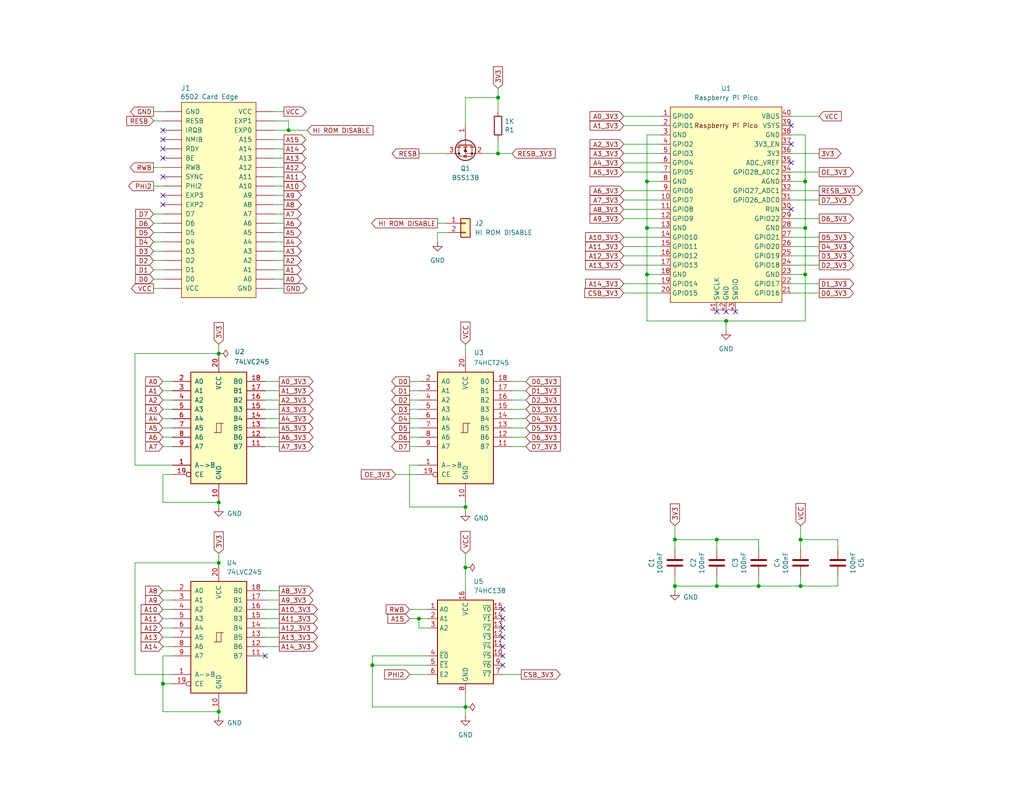
<source format=kicad_sch>
(kicad_sch (version 20250114) (generator "eeschema") (generator_version "9.0")
  (paper "USLetter")
  (title_block (title "6502 ROM Cart Pro") (date "2025-09-20") (rev "1.0") (company "A.C. Wright Design"))
  (lib_symbols
    (symbol "6502 Parts:6502 Card Edge" (pin_names (offset 1.016)) (in_bom no)
      (property "Reference" "J" (at -10.16 28.448 0))
      (property "Value" "6502 Card Edge" (at -5.588 26.924 0))
      (symbol "6502 Card Edge_1_0"
        (rectangle (start -10.16 25.4) (end 10.16 -27.94) (fill (type background)))
        (pin power_in line (at -15.24 22.86 0) (length 5.08) (name "GND") (number "GND"))
        (pin bidirectional line (at -15.24 20.32 0) (length 5.08) (name "RESB") (number "RESB"))
        (pin bidirectional line (at -15.24 17.78 0) (length 5.08) (name "IRQB") (number "IRQB"))
        (pin bidirectional line (at -15.24 15.24 0) (length 5.08) (name "NMIB") (number "NMIB"))
        (pin bidirectional line (at -15.24 12.7 0) (length 5.08) (name "RDY") (number "RDY"))
        (pin bidirectional line (at -15.24 10.16 0) (length 5.08) (name "BE") (number "BE"))
        (pin bidirectional line (at -15.24 7.62 0) (length 5.08) (name "RWB") (number "RWB"))
        (pin bidirectional line (at -15.24 5.08 0) (length 5.08) (name "SYNC") (number "SYNC"))
        (pin bidirectional line (at -15.24 2.54 0) (length 5.08) (name "PHI2") (number "PHI2"))
        (pin bidirectional line (at -15.24 0 0) (length 5.08) (name "EXP3") (number "EXP3"))
        (pin bidirectional line (at -15.24 -2.54 0) (length 5.08) (name "EXP2") (number "EXP2"))
        (pin bidirectional line (at -15.24 -5.08 0) (length 5.08) (name "D7") (number "D7"))
        (pin bidirectional line (at -15.24 -7.62 0) (length 5.08) (name "D6") (number "D6"))
        (pin bidirectional line (at -15.24 -10.16 0) (length 5.08) (name "D5") (number "D5"))
        (pin bidirectional line (at -15.24 -12.7 0) (length 5.08) (name "D4") (number "D4"))
        (pin bidirectional line (at -15.24 -15.24 0) (length 5.08) (name "D3") (number "D3"))
        (pin bidirectional line (at -15.24 -17.78 0) (length 5.08) (name "D2") (number "D2"))
        (pin bidirectional line (at -15.24 -20.32 0) (length 5.08) (name "D1") (number "D1"))
        (pin bidirectional line (at -15.24 -22.86 0) (length 5.08) (name "D0") (number "D0"))
        (pin power_in line (at -15.24 -25.4 0) (length 5.08) (name "VCC") (number "VCC"))
        (pin power_in line (at 15.24 22.86 180) (length 5.08) (name "VCC") (number "VCC"))
        (pin bidirectional line (at 15.24 20.32 180) (length 5.08) (name "EXP1") (number "EXP1"))
        (pin bidirectional line (at 15.24 17.78 180) (length 5.08) (name "EXP0") (number "EXP0"))
        (pin bidirectional line (at 15.24 15.24 180) (length 5.08) (name "A15") (number "A15"))
        (pin bidirectional line (at 15.24 12.7 180) (length 5.08) (name "A14") (number "A14"))
        (pin bidirectional line (at 15.24 10.16 180) (length 5.08) (name "A13") (number "A13"))
        (pin bidirectional line (at 15.24 7.62 180) (length 5.08) (name "A12") (number "A12"))
        (pin bidirectional line (at 15.24 5.08 180) (length 5.08) (name "A11") (number "A11"))
        (pin bidirectional line (at 15.24 2.54 180) (length 5.08) (name "A10") (number "A10"))
        (pin bidirectional line (at 15.24 0 180) (length 5.08) (name "A9") (number "A9"))
        (pin bidirectional line (at 15.24 -2.54 180) (length 5.08) (name "A8") (number "A8"))
        (pin bidirectional line (at 15.24 -5.08 180) (length 5.08) (name "A7") (number "A7"))
        (pin bidirectional line (at 15.24 -7.62 180) (length 5.08) (name "A6") (number "A6"))
        (pin bidirectional line (at 15.24 -10.16 180) (length 5.08) (name "A5") (number "A5"))
        (pin bidirectional line (at 15.24 -12.7 180) (length 5.08) (name "A4") (number "A4"))
        (pin bidirectional line (at 15.24 -15.24 180) (length 5.08) (name "A3") (number "A3"))
        (pin bidirectional line (at 15.24 -17.78 180) (length 5.08) (name "A2") (number "A2"))
        (pin bidirectional line (at 15.24 -20.32 180) (length 5.08) (name "A1") (number "A1"))
        (pin bidirectional line (at 15.24 -22.86 180) (length 5.08) (name "A0") (number "A0"))
        (pin power_in line (at 15.24 -25.4 180) (length 5.08) (name "GND") (number "GND"))
      )
    )
    (symbol "6502 Parts:Raspberry Pi Pico"
      (property "Reference" "U" (at -14.986 30.48 0))
      (property "Value" "Raspberry Pi Pico" (at -6.858 28.448 0))
      (symbol "Raspberry Pi Pico_0_0"
        (text "Raspberry Pi Pico" (at 0 21.59 0) (effects (font (size 1.27 1.27))))
      )
      (symbol "Raspberry Pi Pico_0_1"
        (rectangle (start -15.24 26.67) (end 15.24 -26.67) (fill (type background)))
      )
      (symbol "Raspberry Pi Pico_1_1"
        (pin bidirectional line (at -17.78 24.13 0) (length 2.54) (name "GPIO0") (number "1"))
        (pin bidirectional line (at -17.78 21.59 0) (length 2.54) (name "GPIO1") (number "2"))
        (pin power_in line (at -17.78 19.05 0) (length 2.54) (name "GND") (number "3"))
        (pin bidirectional line (at -17.78 16.51 0) (length 2.54) (name "GPIO2") (number "4"))
        (pin bidirectional line (at -17.78 13.97 0) (length 2.54) (name "GPIO3") (number "5"))
        (pin bidirectional line (at -17.78 11.43 0) (length 2.54) (name "GPIO4") (number "6"))
        (pin bidirectional line (at -17.78 8.89 0) (length 2.54) (name "GPIO5") (number "7"))
        (pin power_in line (at -17.78 6.35 0) (length 2.54) (name "GND") (number "8"))
        (pin bidirectional line (at -17.78 3.81 0) (length 2.54) (name "GPIO6") (number "9"))
        (pin bidirectional line (at -17.78 1.27 0) (length 2.54) (name "GPIO7") (number "10"))
        (pin bidirectional line (at -17.78 -1.27 0) (length 2.54) (name "GPIO8") (number "11"))
        (pin bidirectional line (at -17.78 -3.81 0) (length 2.54) (name "GPIO9") (number "12"))
        (pin power_in line (at -17.78 -6.35 0) (length 2.54) (name "GND") (number "13"))
        (pin bidirectional line (at -17.78 -8.89 0) (length 2.54) (name "GPIO10") (number "14"))
        (pin bidirectional line (at -17.78 -11.43 0) (length 2.54) (name "GPIO11") (number "15"))
        (pin bidirectional line (at -17.78 -13.97 0) (length 2.54) (name "GPIO12") (number "16"))
        (pin bidirectional line (at -17.78 -16.51 0) (length 2.54) (name "GPIO13") (number "17"))
        (pin power_in line (at -17.78 -19.05 0) (length 2.54) (name "GND") (number "18"))
        (pin bidirectional line (at -17.78 -21.59 0) (length 2.54) (name "GPIO14") (number "19"))
        (pin bidirectional line (at -17.78 -24.13 0) (length 2.54) (name "GPIO15") (number "20"))
        (pin input line (at -2.54 -29.21 90) (length 2.54) (name "SWCLK") (number "41"))
        (pin power_in line (at 0 -29.21 90) (length 2.54) (name "GND") (number "42"))
        (pin bidirectional line (at 2.54 -29.21 90) (length 2.54) (name "SWDIO") (number "43"))
        (pin power_in line (at 17.78 24.13 180) (length 2.54) (name "VBUS") (number "40"))
        (pin power_in line (at 17.78 21.59 180) (length 2.54) (name "VSYS") (number "39"))
        (pin power_in line (at 17.78 19.05 180) (length 2.54) (name "GND") (number "38"))
        (pin input line (at 17.78 16.51 180) (length 2.54) (name "3V3_EN") (number "37"))
        (pin power_in line (at 17.78 13.97 180) (length 2.54) (name "3V3") (number "36"))
        (pin power_in line (at 17.78 11.43 180) (length 2.54) (name "ADC_VREF") (number "35"))
        (pin bidirectional line (at 17.78 8.89 180) (length 2.54) (name "GPIO28_ADC2") (number "34"))
        (pin power_in line (at 17.78 6.35 180) (length 2.54) (name "AGND") (number "33"))
        (pin bidirectional line (at 17.78 3.81 180) (length 2.54) (name "GPIO27_ADC1") (number "32"))
        (pin bidirectional line (at 17.78 1.27 180) (length 2.54) (name "GPIO26_ADC0") (number "31"))
        (pin input line (at 17.78 -1.27 180) (length 2.54) (name "RUN") (number "30"))
        (pin bidirectional line (at 17.78 -3.81 180) (length 2.54) (name "GPIO22") (number "29"))
        (pin power_in line (at 17.78 -6.35 180) (length 2.54) (name "GND") (number "28"))
        (pin bidirectional line (at 17.78 -8.89 180) (length 2.54) (name "GPIO21") (number "27"))
        (pin bidirectional line (at 17.78 -11.43 180) (length 2.54) (name "GPIO20") (number "26"))
        (pin bidirectional line (at 17.78 -13.97 180) (length 2.54) (name "GPIO19") (number "25"))
        (pin bidirectional line (at 17.78 -16.51 180) (length 2.54) (name "GPIO18") (number "24"))
        (pin power_in line (at 17.78 -19.05 180) (length 2.54) (name "GND") (number "23"))
        (pin bidirectional line (at 17.78 -21.59 180) (length 2.54) (name "GPIO17") (number "22"))
        (pin bidirectional line (at 17.78 -24.13 180) (length 2.54) (name "GPIO16") (number "21"))
      )
    )
    (symbol "74xx:74HC138"
      (property "Reference" "U" (at -7.62 13.97 0))
      (property "Value" "74HC138" (at 2.54 -11.43 0))
      (symbol "74HC138_0_1"
        (rectangle (start -7.62 12.7) (end 7.62 -10.16) (stroke (width 0.254)) (fill (type background)))
      )
      (symbol "74HC138_1_1"
        (pin input line (at -10.16 10.16 0) (length 2.54) (name "A0") (number "1"))
        (pin input line (at -10.16 7.62 0) (length 2.54) (name "A1") (number "2"))
        (pin input line (at -10.16 5.08 0) (length 2.54) (name "A2") (number "3"))
        (pin input line (at -10.16 -2.54 0) (length 2.54) (name "~{E0}") (number "4"))
        (pin input line (at -10.16 -5.08 0) (length 2.54) (name "~{E1}") (number "5"))
        (pin input line (at -10.16 -7.62 0) (length 2.54) (name "E2") (number "6"))
        (pin power_in line (at 0 15.24 270) (length 2.54) (name "VCC") (number "16"))
        (pin power_in line (at 0 -12.7 90) (length 2.54) (name "GND") (number "8"))
        (pin output line (at 10.16 10.16 180) (length 2.54) (name "~{Y0}") (number "15"))
        (pin output line (at 10.16 7.62 180) (length 2.54) (name "~{Y1}") (number "14"))
        (pin output line (at 10.16 5.08 180) (length 2.54) (name "~{Y2}") (number "13"))
        (pin output line (at 10.16 2.54 180) (length 2.54) (name "~{Y3}") (number "12"))
        (pin output line (at 10.16 0 180) (length 2.54) (name "~{Y4}") (number "11"))
        (pin output line (at 10.16 -2.54 180) (length 2.54) (name "~{Y5}") (number "10"))
        (pin output line (at 10.16 -5.08 180) (length 2.54) (name "~{Y6}") (number "9"))
        (pin output line (at 10.16 -7.62 180) (length 2.54) (name "~{Y7}") (number "7"))
      )
    )
    (symbol "74xx:74HC245" (pin_names (offset 1.016))
      (property "Reference" "U" (at -7.62 16.51 0))
      (property "Value" "74HC245" (at -7.62 -16.51 0))
      (symbol "74HC245_1_0"
        (polyline (pts (xy -1.27 -1.27) (xy 0.635 -1.27) (xy 0.635 1.27) (xy 1.27 1.27)))
        (polyline (pts (xy -0.635 -1.27) (xy -0.635 1.27) (xy 0.635 1.27)))
        (pin tri_state line (at -12.7 12.7 0) (length 5.08) (name "A0") (number "2"))
        (pin tri_state line (at -12.7 10.16 0) (length 5.08) (name "A1") (number "3"))
        (pin tri_state line (at -12.7 7.62 0) (length 5.08) (name "A2") (number "4"))
        (pin tri_state line (at -12.7 5.08 0) (length 5.08) (name "A3") (number "5"))
        (pin tri_state line (at -12.7 2.54 0) (length 5.08) (name "A4") (number "6"))
        (pin tri_state line (at -12.7 0 0) (length 5.08) (name "A5") (number "7"))
        (pin tri_state line (at -12.7 -2.54 0) (length 5.08) (name "A6") (number "8"))
        (pin tri_state line (at -12.7 -5.08 0) (length 5.08) (name "A7") (number "9"))
        (pin input line (at -12.7 -10.16 0) (length 5.08) (name "A->B") (number "1"))
        (pin input inverted (at -12.7 -12.7 0) (length 5.08) (name "CE") (number "19"))
        (pin power_in line (at 0 20.32 270) (length 5.08) (name "VCC") (number "20"))
        (pin power_in line (at 0 -20.32 90) (length 5.08) (name "GND") (number "10"))
        (pin tri_state line (at 12.7 12.7 180) (length 5.08) (name "B0") (number "18"))
        (pin tri_state line (at 12.7 10.16 180) (length 5.08) (name "B1") (number "17"))
        (pin tri_state line (at 12.7 7.62 180) (length 5.08) (name "B2") (number "16"))
        (pin tri_state line (at 12.7 5.08 180) (length 5.08) (name "B3") (number "15"))
        (pin tri_state line (at 12.7 2.54 180) (length 5.08) (name "B4") (number "14"))
        (pin tri_state line (at 12.7 0 180) (length 5.08) (name "B5") (number "13"))
        (pin tri_state line (at 12.7 -2.54 180) (length 5.08) (name "B6") (number "12"))
        (pin tri_state line (at 12.7 -5.08 180) (length 5.08) (name "B7") (number "11"))
      )
      (symbol "74HC245_1_1"
        (rectangle (start -7.62 15.24) (end 7.62 -15.24) (stroke (width 0.254)) (fill (type background)))
      )
    )
    (symbol "Connector_Generic:Conn_01x02" (pin_names (offset 1.016) (hide yes))
      (property "Reference" "J" (at 0 2.54 0))
      (property "Value" "Conn_01x02" (at 0 -5.08 0))
      (symbol "Conn_01x02_1_1"
        (rectangle (start -1.27 1.27) (end 1.27 -3.81) (stroke (width 0.254)) (fill (type background)))
        (rectangle (start -1.27 0.127) (end 0 -0.127) (stroke (width 0.1524)))
        (rectangle (start -1.27 -2.413) (end 0 -2.667) (stroke (width 0.1524)))
        (pin passive line (at -5.08 0 0) (length 3.81) (name "Pin_1") (number "1"))
        (pin passive line (at -5.08 -2.54 0) (length 3.81) (name "Pin_2") (number "2"))
      )
    )
    (symbol "Device:C" (pin_numbers (hide yes)) (pin_names (offset 0.254))
      (property "Reference" "C" (at 0.635 2.54 0))
      (property "Value" "C" (at 0.635 -2.54 0))
      (symbol "C_0_1"
        (polyline (pts (xy -2.032 0.762) (xy 2.032 0.762)) (stroke (width 0.508)))
        (polyline (pts (xy -2.032 -0.762) (xy 2.032 -0.762)) (stroke (width 0.508)))
      )
      (symbol "C_1_1"
        (pin passive line (at 0 3.81 270) (length 2.794) (name "~") (number "1"))
        (pin passive line (at 0 -3.81 90) (length 2.794) (name "~") (number "2"))
      )
    )
    (symbol "Device:R" (pin_numbers (hide yes)) (pin_names (offset 0))
      (property "Reference" "R" (at 2.032 0 90))
      (property "Value" "R" (at 0 0 90))
      (symbol "R_0_1"
        (rectangle (start -1.016 -2.54) (end 1.016 2.54) (stroke (width 0.254)))
      )
      (symbol "R_1_1"
        (pin passive line (at 0 3.81 270) (length 1.27) (name "~") (number "1"))
        (pin passive line (at 0 -3.81 90) (length 1.27) (name "~") (number "2"))
      )
    )
    (symbol "Transistor_FET:BSS138" (pin_names (offset 0) (hide yes))
      (property "Reference" "Q" (at 5.08 1.905 0))
      (property "Value" "BSS138" (at 5.08 0 0))
      (symbol "BSS138_0_1"
        (polyline (pts (xy 0.254 1.905) (xy 0.254 -1.905)) (stroke (width 0.254)))
        (polyline (pts (xy 0.254 0) (xy -2.54 0)))
        (polyline (pts (xy 0.762 2.286) (xy 0.762 1.27)) (stroke (width 0.254)))
        (polyline (pts (xy 0.762 0.508) (xy 0.762 -0.508)) (stroke (width 0.254)))
        (polyline (pts (xy 0.762 -1.27) (xy 0.762 -2.286)) (stroke (width 0.254)))
        (polyline (pts (xy 0.762 -1.778) (xy 3.302 -1.778) (xy 3.302 1.778) (xy 0.762 1.778)))
        (polyline (pts (xy 1.016 0) (xy 2.032 0.381) (xy 2.032 -0.381) (xy 1.016 0)) (fill (type outline)))
        (circle (center 1.651 0) (radius 2.794) (stroke (width 0.254)))
        (polyline (pts (xy 2.54 2.54) (xy 2.54 1.778)))
        (circle (center 2.54 1.778) (radius 0.254) (fill (type outline)))
        (circle (center 2.54 -1.778) (radius 0.254) (fill (type outline)))
        (polyline (pts (xy 2.54 -2.54) (xy 2.54 0) (xy 0.762 0)))
        (polyline (pts (xy 2.921 0.381) (xy 3.683 0.381)))
        (polyline (pts (xy 3.302 0.381) (xy 2.921 -0.254) (xy 3.683 -0.254) (xy 3.302 0.381)))
      )
      (symbol "BSS138_1_1"
        (pin input line (at -5.08 0 0) (length 2.54) (name "G") (number "1"))
        (pin passive line (at 2.54 5.08 270) (length 2.54) (name "D") (number "3"))
        (pin passive line (at 2.54 -5.08 90) (length 2.54) (name "S") (number "2"))
      )
    )
    (symbol "power:GND" (power) (pin_numbers (hide yes)) (pin_names (offset 0) (hide yes))
      (property "Value" "GND" (at 0 -3.81 0))
      (symbol "GND_0_1"
        (polyline (pts (xy 0 0) (xy 0 -1.27) (xy 1.27 -1.27) (xy 0 -2.54) (xy -1.27 -1.27) (xy 0 -1.27)))
      )
      (symbol "GND_1_1"
        (pin power_in line (at 0 0 270) (length 0) (name "~") (number "1"))
      )
    )
    (symbol "power:PWR_FLAG" (power) (pin_numbers (hide yes)) (pin_names (offset 0) (hide yes))
      (property "Value" "PWR_FLAG" (at 0 3.81 0))
      (symbol "PWR_FLAG_0_0"
        (pin power_out line (at 0 0 90) (length 0) (name "~") (number "1"))
      )
      (symbol "PWR_FLAG_0_1"
        (polyline (pts (xy 0 0) (xy 0 1.27) (xy -1.016 1.905) (xy 0 2.54) (xy 1.016 1.905) (xy 0 1.27)))
      )
    )
  )
  (junction (at 59.69 153.67))
  (junction (at 218.44 147.32))
  (junction (at 218.44 160.02))
  (junction (at 207.01 160.02))
  (junction (at 59.69 96.52))
  (junction (at 184.15 160.02))
  (junction (at 176.53 74.93))
  (junction (at 135.89 41.91))
  (junction (at 101.6 181.61))
  (junction (at 195.58 160.02))
  (junction (at 195.58 147.32))
  (junction (at 219.71 74.93))
  (junction (at 184.15 147.32))
  (junction (at 135.89 26.67))
  (junction (at 219.71 49.53))
  (junction (at 176.53 62.23))
  (junction (at 127 154.94))
  (junction (at 59.69 194.31))
  (junction (at 219.71 62.23))
  (junction (at 198.12 87.63))
  (junction (at 44.45 186.69))
  (junction (at 127 138.43))
  (junction (at 127 193.04))
  (junction (at 59.69 137.16))
  (junction (at 176.53 49.53))
  (junction (at 114.3 168.91))
  (junction (at 78.74 35.56))
  (no_connect (at 44.45 43.18))
  (no_connect (at 137.16 166.37))
  (no_connect (at 137.16 176.53))
  (no_connect (at 44.45 38.1))
  (no_connect (at 137.16 179.07))
  (no_connect (at 215.9 57.15))
  (no_connect (at 215.9 44.45))
  (no_connect (at 137.16 168.91))
  (no_connect (at 72.39 179.07))
  (no_connect (at 44.45 35.56))
  (no_connect (at 44.45 48.26))
  (no_connect (at 198.12 85.09))
  (no_connect (at 215.9 39.37))
  (no_connect (at 44.45 55.88))
  (no_connect (at 44.45 53.34))
  (no_connect (at 137.16 181.61))
  (no_connect (at 195.58 85.09))
  (no_connect (at 137.16 171.45))
  (no_connect (at 44.45 40.64))
  (no_connect (at 200.66 85.09))
  (no_connect (at 215.9 34.29))
  (no_connect (at 137.16 173.99))
  (wire (pts (xy 127 154.94) (xy 127 151.13)))
  (wire (pts (xy 198.12 87.63) (xy 219.71 87.63)))
  (wire (pts (xy 111.76 109.22) (xy 114.3 109.22)))
  (wire (pts (xy 72.39 121.92) (xy 76.2 121.92)))
  (wire (pts (xy 111.76 121.92) (xy 114.3 121.92)))
  (wire (pts (xy 114.3 171.45) (xy 114.3 168.91)))
  (wire (pts (xy 195.58 160.02) (xy 184.15 160.02)))
  (wire (pts (xy 44.45 66.04) (xy 41.91 66.04)))
  (wire (pts (xy 72.39 161.29) (xy 76.2 161.29)))
  (wire (pts (xy 72.39 171.45) (xy 76.2 171.45)))
  (wire (pts (xy 139.7 104.14) (xy 143.51 104.14)))
  (wire (pts (xy 170.18 52.07) (xy 180.34 52.07)))
  (wire (pts (xy 228.6 147.32) (xy 218.44 147.32)))
  (wire (pts (xy 121.92 63.5) (xy 119.38 63.5)))
  (wire (pts (xy 72.39 106.68) (xy 76.2 106.68)))
  (wire (pts (xy 215.9 72.39) (xy 223.52 72.39)))
  (wire (pts (xy 72.39 104.14) (xy 76.2 104.14)))
  (wire (pts (xy 176.53 74.93) (xy 180.34 74.93)))
  (wire (pts (xy 207.01 157.48) (xy 207.01 160.02)))
  (wire (pts (xy 218.44 143.51) (xy 218.44 147.32)))
  (wire (pts (xy 127 189.23) (xy 127 193.04)))
  (wire (pts (xy 74.93 43.18) (xy 77.47 43.18)))
  (wire (pts (xy 139.7 121.92) (xy 143.51 121.92)))
  (wire (pts (xy 44.45 186.69) (xy 46.99 186.69)))
  (wire (pts (xy 44.45 60.96) (xy 41.91 60.96)))
  (wire (pts (xy 44.45 179.07) (xy 44.45 186.69)))
  (wire (pts (xy 139.7 114.3) (xy 143.51 114.3)))
  (wire (pts (xy 218.44 157.48) (xy 218.44 160.02)))
  (wire (pts (xy 139.7 109.22) (xy 143.51 109.22)))
  (wire (pts (xy 107.95 129.54) (xy 114.3 129.54)))
  (wire (pts (xy 176.53 49.53) (xy 180.34 49.53)))
  (wire (pts (xy 127 34.29) (xy 127 26.67)))
  (wire (pts (xy 139.7 41.91) (xy 135.89 41.91)))
  (wire (pts (xy 44.45 109.22) (xy 46.99 109.22)))
  (wire (pts (xy 44.45 76.2) (xy 41.91 76.2)))
  (wire (pts (xy 215.9 54.61) (xy 223.52 54.61)))
  (wire (pts (xy 111.76 106.68) (xy 114.3 106.68)))
  (wire (pts (xy 195.58 147.32) (xy 184.15 147.32)))
  (wire (pts (xy 36.83 153.67) (xy 59.69 153.67)))
  (wire (pts (xy 170.18 31.75) (xy 180.34 31.75)))
  (wire (pts (xy 170.18 67.31) (xy 180.34 67.31)))
  (wire (pts (xy 44.45 119.38) (xy 46.99 119.38)))
  (wire (pts (xy 41.91 73.66) (xy 44.45 73.66)))
  (wire (pts (xy 127 154.94) (xy 127 161.29)))
  (wire (pts (xy 44.45 71.12) (xy 41.91 71.12)))
  (wire (pts (xy 44.45 194.31) (xy 59.69 194.31)))
  (wire (pts (xy 111.76 111.76) (xy 114.3 111.76)))
  (wire (pts (xy 72.39 114.3) (xy 76.2 114.3)))
  (wire (pts (xy 41.91 30.48) (xy 44.45 30.48)))
  (wire (pts (xy 72.39 166.37) (xy 76.2 166.37)))
  (wire (pts (xy 72.39 168.91) (xy 76.2 168.91)))
  (wire (pts (xy 46.99 179.07) (xy 44.45 179.07)))
  (wire (pts (xy 170.18 69.85) (xy 180.34 69.85)))
  (wire (pts (xy 41.91 45.72) (xy 44.45 45.72)))
  (wire (pts (xy 176.53 49.53) (xy 176.53 62.23)))
  (wire (pts (xy 36.83 184.15) (xy 36.83 153.67)))
  (wire (pts (xy 111.76 127) (xy 111.76 138.43)))
  (wire (pts (xy 44.45 171.45) (xy 46.99 171.45)))
  (wire (pts (xy 215.9 74.93) (xy 219.71 74.93)))
  (wire (pts (xy 44.45 186.69) (xy 44.45 194.31)))
  (wire (pts (xy 116.84 171.45) (xy 114.3 171.45)))
  (wire (pts (xy 44.45 104.14) (xy 46.99 104.14)))
  (wire (pts (xy 219.71 62.23) (xy 219.71 49.53)))
  (wire (pts (xy 101.6 193.04) (xy 101.6 181.61)))
  (wire (pts (xy 74.93 60.96) (xy 77.47 60.96)))
  (wire (pts (xy 59.69 137.16) (xy 59.69 138.43)))
  (wire (pts (xy 111.76 116.84) (xy 114.3 116.84)))
  (wire (pts (xy 215.9 64.77) (xy 223.52 64.77)))
  (wire (pts (xy 101.6 181.61) (xy 116.84 181.61)))
  (wire (pts (xy 44.45 114.3) (xy 46.99 114.3)))
  (wire (pts (xy 41.91 58.42) (xy 44.45 58.42)))
  (wire (pts (xy 46.99 129.54) (xy 44.45 129.54)))
  (wire (pts (xy 41.91 33.02) (xy 44.45 33.02)))
  (wire (pts (xy 74.93 73.66) (xy 77.47 73.66)))
  (wire (pts (xy 119.38 63.5) (xy 119.38 66.04)))
  (wire (pts (xy 111.76 166.37) (xy 116.84 166.37)))
  (wire (pts (xy 74.93 30.48) (xy 77.47 30.48)))
  (wire (pts (xy 218.44 147.32) (xy 218.44 149.86)))
  (wire (pts (xy 101.6 179.07) (xy 116.84 179.07)))
  (wire (pts (xy 170.18 59.69) (xy 180.34 59.69)))
  (wire (pts (xy 184.15 147.32) (xy 184.15 149.86)))
  (wire (pts (xy 228.6 160.02) (xy 218.44 160.02)))
  (wire (pts (xy 101.6 193.04) (xy 127 193.04)))
  (wire (pts (xy 74.93 66.04) (xy 77.47 66.04)))
  (wire (pts (xy 46.99 184.15) (xy 36.83 184.15)))
  (wire (pts (xy 215.9 31.75) (xy 223.52 31.75)))
  (wire (pts (xy 215.9 41.91) (xy 223.52 41.91)))
  (wire (pts (xy 59.69 151.13) (xy 59.69 153.67)))
  (wire (pts (xy 111.76 114.3) (xy 114.3 114.3)))
  (wire (pts (xy 170.18 80.01) (xy 180.34 80.01)))
  (wire (pts (xy 41.91 68.58) (xy 44.45 68.58)))
  (wire (pts (xy 198.12 87.63) (xy 198.12 90.17)))
  (wire (pts (xy 44.45 121.92) (xy 46.99 121.92)))
  (wire (pts (xy 74.93 48.26) (xy 77.47 48.26)))
  (wire (pts (xy 59.69 93.98) (xy 59.69 96.52)))
  (wire (pts (xy 180.34 36.83) (xy 176.53 36.83)))
  (wire (pts (xy 36.83 127) (xy 36.83 96.52)))
  (wire (pts (xy 72.39 173.99) (xy 76.2 173.99)))
  (wire (pts (xy 111.76 184.15) (xy 116.84 184.15)))
  (wire (pts (xy 176.53 74.93) (xy 176.53 87.63)))
  (wire (pts (xy 127 93.98) (xy 127 96.52)))
  (wire (pts (xy 77.47 63.5) (xy 74.93 63.5)))
  (wire (pts (xy 41.91 63.5) (xy 44.45 63.5)))
  (wire (pts (xy 139.7 119.38) (xy 143.51 119.38)))
  (wire (pts (xy 77.47 68.58) (xy 74.93 68.58)))
  (wire (pts (xy 77.47 76.2) (xy 74.93 76.2)))
  (wire (pts (xy 44.45 166.37) (xy 46.99 166.37)))
  (wire (pts (xy 111.76 138.43) (xy 127 138.43)))
  (wire (pts (xy 127 193.04) (xy 127 195.58)))
  (wire (pts (xy 74.93 78.74) (xy 77.47 78.74)))
  (wire (pts (xy 74.93 55.88) (xy 77.47 55.88)))
  (wire (pts (xy 127 138.43) (xy 127 139.7)))
  (wire (pts (xy 72.39 176.53) (xy 76.2 176.53)))
  (wire (pts (xy 195.58 147.32) (xy 195.58 149.86)))
  (wire (pts (xy 219.71 36.83) (xy 215.9 36.83)))
  (wire (pts (xy 121.92 41.91) (xy 114.3 41.91)))
  (wire (pts (xy 170.18 72.39) (xy 180.34 72.39)))
  (wire (pts (xy 114.3 168.91) (xy 116.84 168.91)))
  (wire (pts (xy 74.93 71.12) (xy 77.47 71.12)))
  (wire (pts (xy 132.08 41.91) (xy 135.89 41.91)))
  (wire (pts (xy 215.9 77.47) (xy 223.52 77.47)))
  (wire (pts (xy 74.93 38.1) (xy 77.47 38.1)))
  (wire (pts (xy 41.91 78.74) (xy 44.45 78.74)))
  (wire (pts (xy 114.3 127) (xy 111.76 127)))
  (wire (pts (xy 176.53 36.83) (xy 176.53 49.53)))
  (wire (pts (xy 59.69 194.31) (xy 59.69 195.58)))
  (wire (pts (xy 111.76 119.38) (xy 114.3 119.38)))
  (wire (pts (xy 72.39 116.84) (xy 76.2 116.84)))
  (wire (pts (xy 72.39 109.22) (xy 76.2 109.22)))
  (wire (pts (xy 78.74 35.56) (xy 83.82 35.56)))
  (wire (pts (xy 46.99 127) (xy 36.83 127)))
  (wire (pts (xy 44.45 163.83) (xy 46.99 163.83)))
  (wire (pts (xy 195.58 157.48) (xy 195.58 160.02)))
  (wire (pts (xy 215.9 67.31) (xy 223.52 67.31)))
  (wire (pts (xy 170.18 46.99) (xy 180.34 46.99)))
  (wire (pts (xy 218.44 160.02) (xy 207.01 160.02)))
  (wire (pts (xy 72.39 111.76) (xy 76.2 111.76)))
  (wire (pts (xy 44.45 116.84) (xy 46.99 116.84)))
  (wire (pts (xy 228.6 149.86) (xy 228.6 147.32)))
  (wire (pts (xy 139.7 116.84) (xy 143.51 116.84)))
  (wire (pts (xy 219.71 74.93) (xy 219.71 62.23)))
  (wire (pts (xy 215.9 69.85) (xy 223.52 69.85)))
  (wire (pts (xy 215.9 49.53) (xy 219.71 49.53)))
  (wire (pts (xy 137.16 184.15) (xy 142.24 184.15)))
  (wire (pts (xy 44.45 111.76) (xy 46.99 111.76)))
  (wire (pts (xy 74.93 53.34) (xy 77.47 53.34)))
  (wire (pts (xy 119.38 60.96) (xy 121.92 60.96)))
  (wire (pts (xy 72.39 163.83) (xy 76.2 163.83)))
  (wire (pts (xy 228.6 157.48) (xy 228.6 160.02)))
  (wire (pts (xy 44.45 161.29) (xy 46.99 161.29)))
  (wire (pts (xy 44.45 129.54) (xy 44.45 137.16)))
  (wire (pts (xy 170.18 39.37) (xy 180.34 39.37)))
  (wire (pts (xy 77.47 58.42) (xy 74.93 58.42)))
  (wire (pts (xy 77.47 40.64) (xy 74.93 40.64)))
  (wire (pts (xy 170.18 44.45) (xy 180.34 44.45)))
  (wire (pts (xy 215.9 46.99) (xy 223.52 46.99)))
  (wire (pts (xy 219.71 87.63) (xy 219.71 74.93)))
  (wire (pts (xy 170.18 64.77) (xy 180.34 64.77)))
  (wire (pts (xy 74.93 33.02) (xy 78.74 33.02)))
  (wire (pts (xy 184.15 160.02) (xy 184.15 161.29)))
  (wire (pts (xy 44.45 106.68) (xy 46.99 106.68)))
  (wire (pts (xy 207.01 147.32) (xy 195.58 147.32)))
  (wire (pts (xy 74.93 35.56) (xy 78.74 35.56)))
  (wire (pts (xy 170.18 57.15) (xy 180.34 57.15)))
  (wire (pts (xy 207.01 149.86) (xy 207.01 147.32)))
  (wire (pts (xy 184.15 143.51) (xy 184.15 147.32)))
  (wire (pts (xy 215.9 52.07) (xy 223.52 52.07)))
  (wire (pts (xy 77.47 45.72) (xy 74.93 45.72)))
  (wire (pts (xy 170.18 54.61) (xy 180.34 54.61)))
  (wire (pts (xy 44.45 137.16) (xy 59.69 137.16)))
  (wire (pts (xy 215.9 59.69) (xy 223.52 59.69)))
  (wire (pts (xy 44.45 168.91) (xy 46.99 168.91)))
  (wire (pts (xy 139.7 106.68) (xy 143.51 106.68)))
  (wire (pts (xy 176.53 62.23) (xy 176.53 74.93)))
  (wire (pts (xy 78.74 33.02) (xy 78.74 35.56)))
  (wire (pts (xy 72.39 119.38) (xy 76.2 119.38)))
  (wire (pts (xy 215.9 62.23) (xy 219.71 62.23)))
  (wire (pts (xy 139.7 111.76) (xy 143.51 111.76)))
  (wire (pts (xy 41.91 50.8) (xy 44.45 50.8)))
  (wire (pts (xy 219.71 49.53) (xy 219.71 36.83)))
  (wire (pts (xy 135.89 24.13) (xy 135.89 26.67)))
  (wire (pts (xy 135.89 38.1) (xy 135.89 41.91)))
  (wire (pts (xy 170.18 34.29) (xy 180.34 34.29)))
  (wire (pts (xy 170.18 41.91) (xy 180.34 41.91)))
  (wire (pts (xy 111.76 168.91) (xy 114.3 168.91)))
  (wire (pts (xy 170.18 77.47) (xy 180.34 77.47)))
  (wire (pts (xy 111.76 104.14) (xy 114.3 104.14)))
  (wire (pts (xy 176.53 87.63) (xy 198.12 87.63)))
  (wire (pts (xy 77.47 50.8) (xy 74.93 50.8)))
  (wire (pts (xy 207.01 160.02) (xy 195.58 160.02)))
  (wire (pts (xy 36.83 96.52) (xy 59.69 96.52)))
  (wire (pts (xy 127 137.16) (xy 127 138.43)))
  (wire (pts (xy 135.89 26.67) (xy 135.89 30.48)))
  (wire (pts (xy 127 26.67) (xy 135.89 26.67)))
  (wire (pts (xy 44.45 173.99) (xy 46.99 173.99)))
  (wire (pts (xy 44.45 176.53) (xy 46.99 176.53)))
  (wire (pts (xy 101.6 181.61) (xy 101.6 179.07)))
  (wire (pts (xy 176.53 62.23) (xy 180.34 62.23)))
  (wire (pts (xy 184.15 157.48) (xy 184.15 160.02)))
  (wire (pts (xy 215.9 80.01) (xy 223.52 80.01)))
  (global_label "A13_3V3" (shape output) (at 76.2 173.99 0) (property "Intersheetrefs" "${INTERSHEET_REFS}" (effects (hide yes))))
  (global_label "VCC" (shape output) (at 41.91 78.74 180) (property "Intersheetrefs" "${INTERSHEET_REFS}" (effects (hide yes))))
  (global_label "A0_3V3" (shape input) (at 170.18 31.75 180) (property "Intersheetrefs" "${INTERSHEET_REFS}" (effects (hide yes))))
  (global_label "A5_3V3" (shape output) (at 76.2 116.84 0) (property "Intersheetrefs" "${INTERSHEET_REFS}" (effects (hide yes))))
  (global_label "A12" (shape input) (at 44.45 171.45 180) (property "Intersheetrefs" "${INTERSHEET_REFS}" (effects (hide yes))))
  (global_label "GND" (shape output) (at 41.91 30.48 180) (property "Intersheetrefs" "${INTERSHEET_REFS}" (effects (hide yes))))
  (global_label "D3_3V3" (shape output) (at 223.52 69.85 0) (property "Intersheetrefs" "${INTERSHEET_REFS}" (effects (hide yes))))
  (global_label "A13" (shape input) (at 44.45 173.99 180) (property "Intersheetrefs" "${INTERSHEET_REFS}" (effects (hide yes))))
  (global_label "A5" (shape output) (at 77.47 63.5 0) (property "Intersheetrefs" "${INTERSHEET_REFS}" (effects (hide yes))))
  (global_label "A4_3V3" (shape input) (at 170.18 44.45 180) (property "Intersheetrefs" "${INTERSHEET_REFS}" (effects (hide yes))))
  (global_label "RESB_3V3" (shape output) (at 223.52 52.07 0) (property "Intersheetrefs" "${INTERSHEET_REFS}" (effects (hide yes))))
  (global_label "A3_3V3" (shape output) (at 76.2 111.76 0) (property "Intersheetrefs" "${INTERSHEET_REFS}" (effects (hide yes))))
  (global_label "D6_3V3" (shape output) (at 223.52 59.69 0) (property "Intersheetrefs" "${INTERSHEET_REFS}" (effects (hide yes))))
  (global_label "A2" (shape output) (at 77.47 71.12 0) (property "Intersheetrefs" "${INTERSHEET_REFS}" (effects (hide yes))))
  (global_label "A5_3V3" (shape input) (at 170.18 46.99 180) (property "Intersheetrefs" "${INTERSHEET_REFS}" (effects (hide yes))))
  (global_label "PHI2" (shape output) (at 41.91 50.8 180) (property "Intersheetrefs" "${INTERSHEET_REFS}" (effects (hide yes))))
  (global_label "A4" (shape input) (at 44.45 114.3 180) (property "Intersheetrefs" "${INTERSHEET_REFS}" (effects (hide yes))))
  (global_label "D5" (shape output) (at 111.76 116.84 180) (property "Intersheetrefs" "${INTERSHEET_REFS}" (effects (hide yes))))
  (global_label "A9" (shape input) (at 44.45 163.83 180) (property "Intersheetrefs" "${INTERSHEET_REFS}" (effects (hide yes))))
  (global_label "RESB" (shape input) (at 41.91 33.02 180) (property "Intersheetrefs" "${INTERSHEET_REFS}" (effects (hide yes))))
  (global_label "A8" (shape output) (at 77.47 55.88 0) (property "Intersheetrefs" "${INTERSHEET_REFS}" (effects (hide yes))))
  (global_label "D7" (shape input) (at 41.91 58.42 180) (property "Intersheetrefs" "${INTERSHEET_REFS}" (effects (hide yes))))
  (global_label "D1" (shape output) (at 111.76 106.68 180) (property "Intersheetrefs" "${INTERSHEET_REFS}" (effects (hide yes))))
  (global_label "D0" (shape input) (at 41.91 76.2 180) (property "Intersheetrefs" "${INTERSHEET_REFS}" (effects (hide yes))))
  (global_label "A14" (shape output) (at 77.47 40.64 0) (property "Intersheetrefs" "${INTERSHEET_REFS}" (effects (hide yes))))
  (global_label "OE_3V3" (shape output) (at 223.52 46.99 0) (property "Intersheetrefs" "${INTERSHEET_REFS}" (effects (hide yes))))
  (global_label "A14_3V3" (shape input) (at 170.18 77.47 180) (property "Intersheetrefs" "${INTERSHEET_REFS}" (effects (hide yes))))
  (global_label "A12_3V3" (shape output) (at 76.2 171.45 0) (property "Intersheetrefs" "${INTERSHEET_REFS}" (effects (hide yes))))
  (global_label "A3" (shape input) (at 44.45 111.76 180) (property "Intersheetrefs" "${INTERSHEET_REFS}" (effects (hide yes))))
  (global_label "VCC" (shape input) (at 127 93.98 90) (property "Intersheetrefs" "${INTERSHEET_REFS}" (effects (hide yes))))
  (global_label "A7" (shape output) (at 77.47 58.42 0) (property "Intersheetrefs" "${INTERSHEET_REFS}" (effects (hide yes))))
  (global_label "D5" (shape input) (at 41.91 63.5 180) (property "Intersheetrefs" "${INTERSHEET_REFS}" (effects (hide yes))))
  (global_label "D7" (shape output) (at 111.76 121.92 180) (property "Intersheetrefs" "${INTERSHEET_REFS}" (effects (hide yes))))
  (global_label "A2_3V3" (shape input) (at 170.18 39.37 180) (property "Intersheetrefs" "${INTERSHEET_REFS}" (effects (hide yes))))
  (global_label "A9" (shape output) (at 77.47 53.34 0) (property "Intersheetrefs" "${INTERSHEET_REFS}" (effects (hide yes))))
  (global_label "A15" (shape output) (at 77.47 38.1 0) (property "Intersheetrefs" "${INTERSHEET_REFS}" (effects (hide yes))))
  (global_label "D5_3V3" (shape output) (at 223.52 64.77 0) (property "Intersheetrefs" "${INTERSHEET_REFS}" (effects (hide yes))))
  (global_label "A1_3V3" (shape output) (at 76.2 106.68 0) (property "Intersheetrefs" "${INTERSHEET_REFS}" (effects (hide yes))))
  (global_label "D3" (shape input) (at 41.91 68.58 180) (property "Intersheetrefs" "${INTERSHEET_REFS}" (effects (hide yes))))
  (global_label "3V3" (shape input) (at 59.69 151.13 90) (property "Intersheetrefs" "${INTERSHEET_REFS}" (effects (hide yes))))
  (global_label "A10_3V3" (shape input) (at 170.18 64.77 180) (property "Intersheetrefs" "${INTERSHEET_REFS}" (effects (hide yes))))
  (global_label "A6_3V3" (shape input) (at 170.18 52.07 180) (property "Intersheetrefs" "${INTERSHEET_REFS}" (effects (hide yes))))
  (global_label "CSB_3V3" (shape output) (at 142.24 184.15 0) (property "Intersheetrefs" "${INTERSHEET_REFS}" (effects (hide yes))))
  (global_label "D1_3V3" (shape output) (at 223.52 77.47 0) (property "Intersheetrefs" "${INTERSHEET_REFS}" (effects (hide yes))))
  (global_label "A10" (shape input) (at 44.45 166.37 180) (property "Intersheetrefs" "${INTERSHEET_REFS}" (effects (hide yes))))
  (global_label "A9_3V3" (shape input) (at 170.18 59.69 180) (property "Intersheetrefs" "${INTERSHEET_REFS}" (effects (hide yes))))
  (global_label "A11_3V3" (shape output) (at 76.2 168.91 0) (property "Intersheetrefs" "${INTERSHEET_REFS}" (effects (hide yes))))
  (global_label "D4_3V3" (shape output) (at 223.52 67.31 0) (property "Intersheetrefs" "${INTERSHEET_REFS}" (effects (hide yes))))
  (global_label "A4" (shape output) (at 77.47 66.04 0) (property "Intersheetrefs" "${INTERSHEET_REFS}" (effects (hide yes))))
  (global_label "3V3" (shape input) (at 135.89 24.13 90) (property "Intersheetrefs" "${INTERSHEET_REFS}" (effects (hide yes))))
  (global_label "A11_3V3" (shape input) (at 170.18 67.31 180) (property "Intersheetrefs" "${INTERSHEET_REFS}" (effects (hide yes))))
  (global_label "A15" (shape input) (at 111.76 168.91 180) (property "Intersheetrefs" "${INTERSHEET_REFS}" (effects (hide yes))))
  (global_label "D0_3V3" (shape output) (at 223.52 80.01 0) (property "Intersheetrefs" "${INTERSHEET_REFS}" (effects (hide yes))))
  (global_label "A0" (shape input) (at 44.45 104.14 180) (property "Intersheetrefs" "${INTERSHEET_REFS}" (effects (hide yes))))
  (global_label "RWB" (shape output) (at 41.91 45.72 180) (property "Intersheetrefs" "${INTERSHEET_REFS}" (effects (hide yes))))
  (global_label "VCC" (shape input) (at 218.44 143.51 90) (property "Intersheetrefs" "${INTERSHEET_REFS}" (effects (hide yes))))
  (global_label "D1" (shape input) (at 41.91 73.66 180) (property "Intersheetrefs" "${INTERSHEET_REFS}" (effects (hide yes))))
  (global_label "A14" (shape input) (at 44.45 176.53 180) (property "Intersheetrefs" "${INTERSHEET_REFS}" (effects (hide yes))))
  (global_label "3V3" (shape input) (at 184.15 143.51 90) (property "Intersheetrefs" "${INTERSHEET_REFS}" (effects (hide yes))))
  (global_label "VCC" (shape input) (at 223.52 31.75 0) (property "Intersheetrefs" "${INTERSHEET_REFS}" (effects (hide yes))))
  (global_label "A2" (shape input) (at 44.45 109.22 180) (property "Intersheetrefs" "${INTERSHEET_REFS}" (effects (hide yes))))
  (global_label "3V3" (shape output) (at 223.52 41.91 0) (property "Intersheetrefs" "${INTERSHEET_REFS}" (effects (hide yes))))
  (global_label "A10_3V3" (shape output) (at 76.2 166.37 0) (property "Intersheetrefs" "${INTERSHEET_REFS}" (effects (hide yes))))
  (global_label "D3_3V3" (shape input) (at 143.51 111.76 0) (property "Intersheetrefs" "${INTERSHEET_REFS}" (effects (hide yes))))
  (global_label "A7" (shape input) (at 44.45 121.92 180) (property "Intersheetrefs" "${INTERSHEET_REFS}" (effects (hide yes))))
  (global_label "PHI2" (shape input) (at 111.76 184.15 180) (property "Intersheetrefs" "${INTERSHEET_REFS}" (effects (hide yes))))
  (global_label "D6_3V3" (shape input) (at 143.51 119.38 0) (property "Intersheetrefs" "${INTERSHEET_REFS}" (effects (hide yes))))
  (global_label "RWB" (shape input) (at 111.76 166.37 180) (property "Intersheetrefs" "${INTERSHEET_REFS}" (effects (hide yes))))
  (global_label "3V3" (shape input) (at 59.69 93.98 90) (property "Intersheetrefs" "${INTERSHEET_REFS}" (effects (hide yes))))
  (global_label "A8_3V3" (shape input) (at 170.18 57.15 180) (property "Intersheetrefs" "${INTERSHEET_REFS}" (effects (hide yes))))
  (global_label "D2_3V3" (shape input) (at 143.51 109.22 0) (property "Intersheetrefs" "${INTERSHEET_REFS}" (effects (hide yes))))
  (global_label "A8" (shape input) (at 44.45 161.29 180) (property "Intersheetrefs" "${INTERSHEET_REFS}" (effects (hide yes))))
  (global_label "D2" (shape output) (at 111.76 109.22 180) (property "Intersheetrefs" "${INTERSHEET_REFS}" (effects (hide yes))))
  (global_label "A6" (shape output) (at 77.47 60.96 0) (property "Intersheetrefs" "${INTERSHEET_REFS}" (effects (hide yes))))
  (global_label "D4" (shape input) (at 41.91 66.04 180) (property "Intersheetrefs" "${INTERSHEET_REFS}" (effects (hide yes))))
  (global_label "D3" (shape output) (at 111.76 111.76 180) (property "Intersheetrefs" "${INTERSHEET_REFS}" (effects (hide yes))))
  (global_label "D6" (shape output) (at 111.76 119.38 180) (property "Intersheetrefs" "${INTERSHEET_REFS}" (effects (hide yes))))
  (global_label "D0" (shape output) (at 111.76 104.14 180) (property "Intersheetrefs" "${INTERSHEET_REFS}" (effects (hide yes))))
  (global_label "D0_3V3" (shape input) (at 143.51 104.14 0) (property "Intersheetrefs" "${INTERSHEET_REFS}" (effects (hide yes))))
  (global_label "A4_3V3" (shape output) (at 76.2 114.3 0) (property "Intersheetrefs" "${INTERSHEET_REFS}" (effects (hide yes))))
  (global_label "OE_3V3" (shape input) (at 107.95 129.54 180) (property "Intersheetrefs" "${INTERSHEET_REFS}" (effects (hide yes))))
  (global_label "A11" (shape output) (at 77.47 48.26 0) (property "Intersheetrefs" "${INTERSHEET_REFS}" (effects (hide yes))))
  (global_label "A5" (shape input) (at 44.45 116.84 180) (property "Intersheetrefs" "${INTERSHEET_REFS}" (effects (hide yes))))
  (global_label "VCC" (shape input) (at 127 151.13 90) (property "Intersheetrefs" "${INTERSHEET_REFS}" (effects (hide yes))))
  (global_label "A1" (shape output) (at 77.47 73.66 0) (property "Intersheetrefs" "${INTERSHEET_REFS}" (effects (hide yes))))
  (global_label "D2_3V3" (shape output) (at 223.52 72.39 0) (property "Intersheetrefs" "${INTERSHEET_REFS}" (effects (hide yes))))
  (global_label "D2" (shape input) (at 41.91 71.12 180) (property "Intersheetrefs" "${INTERSHEET_REFS}" (effects (hide yes))))
  (global_label "A9_3V3" (shape output) (at 76.2 163.83 0) (property "Intersheetrefs" "${INTERSHEET_REFS}" (effects (hide yes))))
  (global_label "A7_3V3" (shape output) (at 76.2 121.92 0) (property "Intersheetrefs" "${INTERSHEET_REFS}" (effects (hide yes))))
  (global_label "RESB" (shape output) (at 114.3 41.91 180) (property "Intersheetrefs" "${INTERSHEET_REFS}" (effects (hide yes))))
  (global_label "A12" (shape output) (at 77.47 45.72 0) (property "Intersheetrefs" "${INTERSHEET_REFS}" (effects (hide yes))))
  (global_label "A7_3V3" (shape input) (at 170.18 54.61 180) (property "Intersheetrefs" "${INTERSHEET_REFS}" (effects (hide yes))))
  (global_label "GND" (shape output) (at 77.47 78.74 0) (property "Intersheetrefs" "${INTERSHEET_REFS}" (effects (hide yes))))
  (global_label "A1" (shape input) (at 44.45 106.68 180) (property "Intersheetrefs" "${INTERSHEET_REFS}" (effects (hide yes))))
  (global_label "VCC" (shape output) (at 77.47 30.48 0) (property "Intersheetrefs" "${INTERSHEET_REFS}" (effects (hide yes))))
  (global_label "A14_3V3" (shape output) (at 76.2 176.53 0) (property "Intersheetrefs" "${INTERSHEET_REFS}" (effects (hide yes))))
  (global_label "D6" (shape input) (at 41.91 60.96 180) (property "Intersheetrefs" "${INTERSHEET_REFS}" (effects (hide yes))))
  (global_label "D1_3V3" (shape input) (at 143.51 106.68 0) (property "Intersheetrefs" "${INTERSHEET_REFS}" (effects (hide yes))))
  (global_label "D5_3V3" (shape input) (at 143.51 116.84 0) (property "Intersheetrefs" "${INTERSHEET_REFS}" (effects (hide yes))))
  (global_label "HI ROM DISABLE" (shape input) (at 83.82 35.56 0) (property "Intersheetrefs" "${INTERSHEET_REFS}" (effects (hide yes))))
  (global_label "A2_3V3" (shape output) (at 76.2 109.22 0) (property "Intersheetrefs" "${INTERSHEET_REFS}" (effects (hide yes))))
  (global_label "A0" (shape output) (at 77.47 76.2 0) (property "Intersheetrefs" "${INTERSHEET_REFS}" (effects (hide yes))))
  (global_label "HI ROM DISABLE" (shape output) (at 119.38 60.96 180) (property "Intersheetrefs" "${INTERSHEET_REFS}" (effects (hide yes))))
  (global_label "A12_3V3" (shape input) (at 170.18 69.85 180) (property "Intersheetrefs" "${INTERSHEET_REFS}" (effects (hide yes))))
  (global_label "A13" (shape output) (at 77.47 43.18 0) (property "Intersheetrefs" "${INTERSHEET_REFS}" (effects (hide yes))))
  (global_label "A8_3V3" (shape output) (at 76.2 161.29 0) (property "Intersheetrefs" "${INTERSHEET_REFS}" (effects (hide yes))))
  (global_label "D7_3V3" (shape output) (at 223.52 54.61 0) (property "Intersheetrefs" "${INTERSHEET_REFS}" (effects (hide yes))))
  (global_label "D7_3V3" (shape input) (at 143.51 121.92 0) (property "Intersheetrefs" "${INTERSHEET_REFS}" (effects (hide yes))))
  (global_label "RESB_3V3" (shape input) (at 139.7 41.91 0) (property "Intersheetrefs" "${INTERSHEET_REFS}" (effects (hide yes))))
  (global_label "A3_3V3" (shape input) (at 170.18 41.91 180) (property "Intersheetrefs" "${INTERSHEET_REFS}" (effects (hide yes))))
  (global_label "A3" (shape output) (at 77.47 68.58 0) (property "Intersheetrefs" "${INTERSHEET_REFS}" (effects (hide yes))))
  (global_label "CSB_3V3" (shape input) (at 170.18 80.01 180) (property "Intersheetrefs" "${INTERSHEET_REFS}" (effects (hide yes))))
  (global_label "D4" (shape output) (at 111.76 114.3 180) (property "Intersheetrefs" "${INTERSHEET_REFS}" (effects (hide yes))))
  (global_label "A13_3V3" (shape input) (at 170.18 72.39 180) (property "Intersheetrefs" "${INTERSHEET_REFS}" (effects (hide yes))))
  (global_label "A10" (shape output) (at 77.47 50.8 0) (property "Intersheetrefs" "${INTERSHEET_REFS}" (effects (hide yes))))
  (global_label "A6_3V3" (shape output) (at 76.2 119.38 0) (property "Intersheetrefs" "${INTERSHEET_REFS}" (effects (hide yes))))
  (global_label "A1_3V3" (shape input) (at 170.18 34.29 180) (property "Intersheetrefs" "${INTERSHEET_REFS}" (effects (hide yes))))
  (global_label "D4_3V3" (shape input) (at 143.51 114.3 0) (property "Intersheetrefs" "${INTERSHEET_REFS}" (effects (hide yes))))
  (global_label "A6" (shape input) (at 44.45 119.38 180) (property "Intersheetrefs" "${INTERSHEET_REFS}" (effects (hide yes))))
  (global_label "A0_3V3" (shape output) (at 76.2 104.14 0) (property "Intersheetrefs" "${INTERSHEET_REFS}" (effects (hide yes))))
  (global_label "A11" (shape input) (at 44.45 168.91 180) (property "Intersheetrefs" "${INTERSHEET_REFS}" (effects (hide yes))))
  (symbol (lib_id "6502 Parts:6502 Card Edge") (at 59.69 53.34 0) (unit 1) (in_bom no)
    (property "Reference" "J1" (at 49.276 24.892 0) (effects (font (size 1.4986 1.4986)) (justify left bottom)))
    (property "Value" "6502 Card Edge" (at 57.15 26.416 0))
    (property "Footprint" "6502 Parts:6502 Card Edge" (effects (hide yes)))
  )
  (symbol (lib_id "Connector_Generic:Conn_01x02") (at 127 60.96 0) (unit 1) (in_bom no)
    (property "Reference" "J2" (at 129.54 60.9599 0) (effects (justify left)))
    (property "Value" "HI ROM DISABLE" (at 129.54 63.4999 0) (effects (justify left)))
    (property "Footprint" "Connector_PinHeader_2.54mm:PinHeader_1x02_P2.54mm_Vertical" (effects (hide yes)))
    (property "Description" "Generic connector, single row, 01x02, script generated (kicad-library-utils/schlib/autogen/connector/)" (effects (hide yes)))
  )
  (symbol (lib_id "Device:C") (at 207.01 153.67 0) (unit 1)
    (property "Reference" "C3" (at 200.6092 153.67 90))
    (property "Value" "100nF" (at 202.9206 153.67 90))
    (property "Footprint" "Capacitor_SMD:C_0805_2012Metric" (effects (hide yes)))
    (property "LCSC" "C49678" (effects (hide yes)))
  )
  (symbol (lib_id "power:GND") (at 127 195.58 0) (unit 1)
    (property "Reference" "#PWR08" (effects (hide yes)))
    (property "Value" "GND" (at 127 200.66 0))
    (property "Description" "Power symbol creates a global label with name \"GND\" , ground" (effects (hide yes)))
  )
  (symbol (lib_id "Device:C") (at 184.15 153.67 0) (unit 1)
    (property "Reference" "C1" (at 177.7492 153.67 90))
    (property "Value" "100nF" (at 180.0606 153.67 90))
    (property "Footprint" "Capacitor_SMD:C_0805_2012Metric" (effects (hide yes)))
    (property "LCSC" "C49678" (effects (hide yes)))
  )
  (symbol (lib_id "Device:C") (at 228.6 153.67 0) (unit 1)
    (property "Reference" "C5" (at 235.0008 153.67 90))
    (property "Value" "100nF" (at 232.6894 153.67 90))
    (property "Footprint" "Capacitor_SMD:C_0805_2012Metric" (effects (hide yes)))
    (property "LCSC" "C49678" (effects (hide yes)))
  )
  (symbol (lib_id "power:PWR_FLAG") (at 127 193.04 270) (unit 1)
    (property "Reference" "#FLG03" (effects (hide yes)))
    (property "Value" "PWR_FLAG" (effects (hide yes)))
    (property "Description" "Special symbol for telling ERC where power comes from" (effects (hide yes)))
  )
  (symbol (lib_id "Device:R") (at 135.89 34.29 0) (mirror y) (unit 1)
    (property "Reference" "R1" (at 137.668 35.4584 0) (effects (justify right)))
    (property "Value" "1K" (at 137.668 33.147 0) (effects (justify right)))
    (property "Footprint" "Resistor_SMD:R_0805_2012Metric" (effects (hide yes)))
    (property "Description" "Resistor" (effects (hide yes)))
    (property "LCSC" "C17513" (effects (hide yes)))
  )
  (symbol (lib_id "74xx:74HC138") (at 127 176.53 0) (unit 1)
    (property "Reference" "U5" (at 129.1941 158.75 0) (effects (justify left)))
    (property "Value" "74HC138" (at 129.1941 161.29 0) (effects (justify left)))
    (property "Footprint" "Package_SO:SOIC-16_3.9x9.9mm_P1.27mm" (effects (hide yes)))
    (property "Datasheet" "http://www.ti.com/lit/ds/symlink/cd74hc238.pdf" (effects (hide yes)))
    (property "Description" "3-to-8 line decoder/multiplexer inverting, DIP-16/SOIC-16/SSOP-16" (effects (hide yes)))
    (property "LCSC" "C5602" (effects (hide yes)))
  )
  (symbol (lib_id "power:PWR_FLAG") (at 59.69 96.52 270) (unit 1)
    (property "Reference" "#FLG01" (effects (hide yes)))
    (property "Value" "PWR_FLAG" (effects (hide yes)))
    (property "Description" "Special symbol for telling ERC where power comes from" (effects (hide yes)))
  )
  (symbol (lib_id "Transistor_FET:BSS138") (at 127 39.37 90) (mirror x) (unit 1)
    (property "Reference" "Q1" (at 127 45.974 90))
    (property "Value" "BSS138" (at 127 48.514 90))
    (property "Footprint" "Package_TO_SOT_SMD:SOT-23" (effects (hide yes)))
    (property "Datasheet" "https://www.onsemi.com/pub/Collateral/BSS138-D.PDF" (effects (hide yes)))
    (property "Description" "50V Vds, 0.22A Id, N-Channel MOSFET, SOT-23" (effects (hide yes)))
    (property "LCSC" "C78284" (effects (hide yes)))
    (property "Notes" "https://cdn.sparkfun.com/tutorialimages/BD-LogicLevelConverter/an97055.pdf" (effects (hide yes)))
  )
  (symbol (lib_id "74xx:74HC245") (at 59.69 116.84 0) (unit 1)
    (property "Reference" "U2" (at 64.008 96.012 0) (effects (justify left)))
    (property "Value" "74LVC245" (at 63.8653 98.806 0) (effects (justify left)))
    (property "Footprint" "Package_SO:TSSOP-20_4.4x6.5mm_P0.65mm" (effects (hide yes)))
    (property "Datasheet" "http://www.ti.com/lit/gpn/sn74HC245" (effects (hide yes)))
    (property "Description" "Octal BUS Transceivers, 3-State outputs" (effects (hide yes)))
    (property "LCSC" "C6082" (effects (hide yes)))
  )
  (symbol (lib_id "power:GND") (at 184.15 161.29 0) (unit 1)
    (property "Reference" "#PWR06" (effects (hide yes)))
    (property "Value" "GND" (at 188.468 163.068 0))
    (property "Description" "Power symbol creates a global label with name \"GND\" , ground" (effects (hide yes)))
  )
  (symbol (lib_id "Device:C") (at 218.44 153.67 0) (unit 1)
    (property "Reference" "C4" (at 212.0392 153.67 90))
    (property "Value" "100nF" (at 214.3506 153.67 90))
    (property "Footprint" "Capacitor_SMD:C_0805_2012Metric" (effects (hide yes)))
    (property "LCSC" "C49678" (effects (hide yes)))
  )
  (symbol (lib_id "power:PWR_FLAG") (at 127 154.94 270) (unit 1)
    (property "Reference" "#FLG02" (effects (hide yes)))
    (property "Value" "PWR_FLAG" (effects (hide yes)))
    (property "Description" "Special symbol for telling ERC where power comes from" (effects (hide yes)))
  )
  (symbol (lib_id "6502 Parts:Raspberry Pi Pico") (at 198.12 55.88 0) (unit 1)
    (property "Reference" "U1" (at 198.12 24.13 0))
    (property "Value" "Raspberry Pi Pico" (at 198.12 26.67 0))
    (property "Footprint" "6502 Parts:Raspberry Pi Pico" (effects (hide yes)))
  )
  (symbol (lib_id "power:GND") (at 59.69 138.43 0) (unit 1)
    (property "Reference" "#PWR04" (effects (hide yes)))
    (property "Value" "GND" (at 64.008 140.208 0))
    (property "Description" "Power symbol creates a global label with name \"GND\" , ground" (effects (hide yes)))
  )
  (symbol (lib_id "power:GND") (at 59.69 195.58 0) (unit 1)
    (property "Reference" "#PWR07" (effects (hide yes)))
    (property "Value" "GND" (at 64.008 197.358 0))
    (property "Description" "Power symbol creates a global label with name \"GND\" , ground" (effects (hide yes)))
  )
  (symbol (lib_id "74xx:74HC245") (at 59.69 173.99 0) (unit 1)
    (property "Reference" "U4" (at 61.8333 153.67 0) (effects (justify left)))
    (property "Value" "74LVC245" (at 61.8333 156.21 0) (effects (justify left)))
    (property "Footprint" "Package_SO:TSSOP-20_4.4x6.5mm_P0.65mm" (effects (hide yes)))
    (property "Datasheet" "http://www.ti.com/lit/gpn/sn74HC245" (effects (hide yes)))
    (property "Description" "Octal BUS Transceivers, 3-State outputs" (effects (hide yes)))
    (property "LCSC" "C6082" (effects (hide yes)))
  )
  (symbol (lib_id "Device:C") (at 195.58 153.67 0) (unit 1)
    (property "Reference" "C2" (at 189.1792 153.67 90))
    (property "Value" "100nF" (at 191.4906 153.67 90))
    (property "Footprint" "Capacitor_SMD:C_0805_2012Metric" (effects (hide yes)))
    (property "LCSC" "C49678" (effects (hide yes)))
  )
  (symbol (lib_id "power:GND") (at 198.12 90.17 0) (unit 1)
    (property "Reference" "#PWR03" (effects (hide yes)))
    (property "Value" "GND" (at 198.12 95.25 0))
    (property "Description" "Power symbol creates a global label with name \"GND\" , ground" (effects (hide yes)))
  )
  (symbol (lib_id "74xx:74HC245") (at 127 116.84 0) (unit 1)
    (property "Reference" "U3" (at 129.286 96.266 0) (effects (justify left)))
    (property "Value" "74HCT245" (at 129.1433 99.06 0) (effects (justify left)))
    (property "Footprint" "Package_SO:TSSOP-20_4.4x6.5mm_P0.65mm" (effects (hide yes)))
    (property "Datasheet" "http://www.ti.com/lit/gpn/sn74HC245" (effects (hide yes)))
    (property "Description" "Octal BUS Transceivers, 3-State outputs" (effects (hide yes)))
    (property "LCSC" "C5980" (effects (hide yes)))
  )
  (symbol (lib_id "power:GND") (at 119.38 66.04 0) (unit 1)
    (property "Reference" "#PWR01" (effects (hide yes)))
    (property "Value" "GND" (at 119.38 71.12 0))
    (property "Description" "Power symbol creates a global label with name \"GND\" , ground" (effects (hide yes)))
  )
  (symbol (lib_id "power:GND") (at 127 139.7 0) (unit 1)
    (property "Reference" "#PWR05" (effects (hide yes)))
    (property "Value" "GND" (at 131.318 141.478 0))
    (property "Description" "Power symbol creates a global label with name \"GND\" , ground" (effects (hide yes)))
  )
)
</source>
